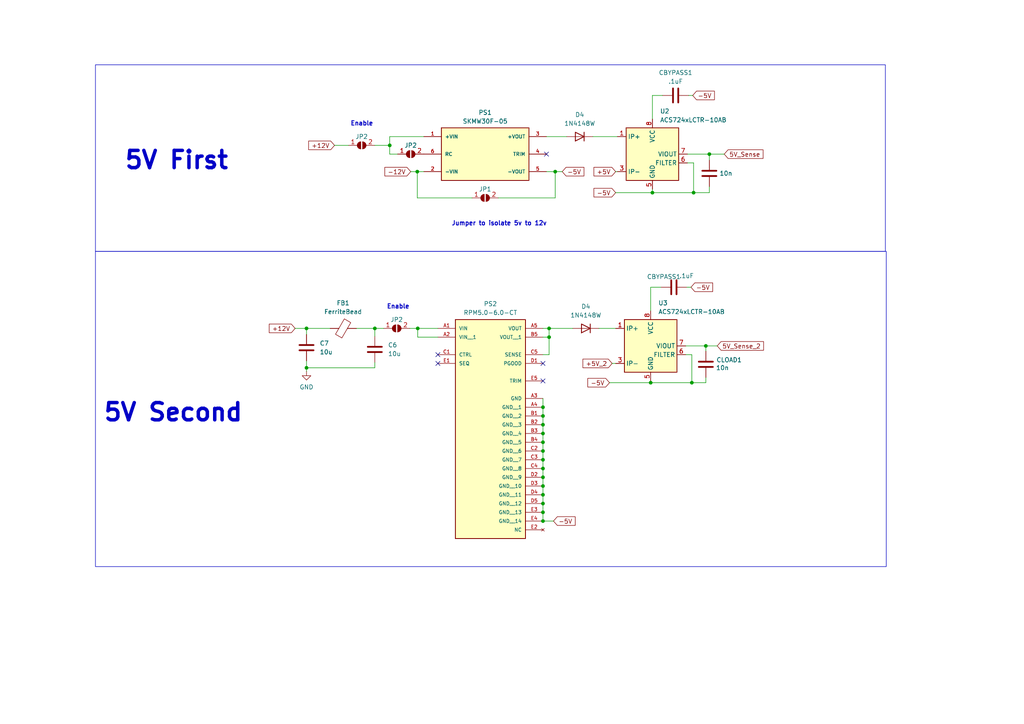
<source format=kicad_sch>
(kicad_sch (version 20230121) (generator eeschema)

  (uuid 68e8ef97-5c0d-4f60-bac2-6c50b86f17df)

  (paper "A4")

  (lib_symbols
    (symbol "Device:C" (pin_numbers hide) (pin_names (offset 0.254)) (in_bom yes) (on_board yes)
      (property "Reference" "C" (at 0.635 2.54 0)
        (effects (font (size 1.27 1.27)) (justify left))
      )
      (property "Value" "C" (at 0.635 -2.54 0)
        (effects (font (size 1.27 1.27)) (justify left))
      )
      (property "Footprint" "" (at 0.9652 -3.81 0)
        (effects (font (size 1.27 1.27)) hide)
      )
      (property "Datasheet" "~" (at 0 0 0)
        (effects (font (size 1.27 1.27)) hide)
      )
      (property "ki_keywords" "cap capacitor" (at 0 0 0)
        (effects (font (size 1.27 1.27)) hide)
      )
      (property "ki_description" "Unpolarized capacitor" (at 0 0 0)
        (effects (font (size 1.27 1.27)) hide)
      )
      (property "ki_fp_filters" "C_*" (at 0 0 0)
        (effects (font (size 1.27 1.27)) hide)
      )
      (symbol "C_0_1"
        (polyline
          (pts
            (xy -2.032 -0.762)
            (xy 2.032 -0.762)
          )
          (stroke (width 0.508) (type default))
          (fill (type none))
        )
        (polyline
          (pts
            (xy -2.032 0.762)
            (xy 2.032 0.762)
          )
          (stroke (width 0.508) (type default))
          (fill (type none))
        )
      )
      (symbol "C_1_1"
        (pin passive line (at 0 3.81 270) (length 2.794)
          (name "~" (effects (font (size 1.27 1.27))))
          (number "1" (effects (font (size 1.27 1.27))))
        )
        (pin passive line (at 0 -3.81 90) (length 2.794)
          (name "~" (effects (font (size 1.27 1.27))))
          (number "2" (effects (font (size 1.27 1.27))))
        )
      )
    )
    (symbol "Device:FerriteBead" (pin_numbers hide) (pin_names (offset 0)) (in_bom yes) (on_board yes)
      (property "Reference" "FB" (at -3.81 0.635 90)
        (effects (font (size 1.27 1.27)))
      )
      (property "Value" "FerriteBead" (at 3.81 0 90)
        (effects (font (size 1.27 1.27)))
      )
      (property "Footprint" "" (at -1.778 0 90)
        (effects (font (size 1.27 1.27)) hide)
      )
      (property "Datasheet" "~" (at 0 0 0)
        (effects (font (size 1.27 1.27)) hide)
      )
      (property "ki_keywords" "L ferrite bead inductor filter" (at 0 0 0)
        (effects (font (size 1.27 1.27)) hide)
      )
      (property "ki_description" "Ferrite bead" (at 0 0 0)
        (effects (font (size 1.27 1.27)) hide)
      )
      (property "ki_fp_filters" "Inductor_* L_* *Ferrite*" (at 0 0 0)
        (effects (font (size 1.27 1.27)) hide)
      )
      (symbol "FerriteBead_0_1"
        (polyline
          (pts
            (xy 0 -1.27)
            (xy 0 -1.2192)
          )
          (stroke (width 0) (type default))
          (fill (type none))
        )
        (polyline
          (pts
            (xy 0 1.27)
            (xy 0 1.2954)
          )
          (stroke (width 0) (type default))
          (fill (type none))
        )
        (polyline
          (pts
            (xy -2.7686 0.4064)
            (xy -1.7018 2.2606)
            (xy 2.7686 -0.3048)
            (xy 1.6764 -2.159)
            (xy -2.7686 0.4064)
          )
          (stroke (width 0) (type default))
          (fill (type none))
        )
      )
      (symbol "FerriteBead_1_1"
        (pin passive line (at 0 3.81 270) (length 2.54)
          (name "~" (effects (font (size 1.27 1.27))))
          (number "1" (effects (font (size 1.27 1.27))))
        )
        (pin passive line (at 0 -3.81 90) (length 2.54)
          (name "~" (effects (font (size 1.27 1.27))))
          (number "2" (effects (font (size 1.27 1.27))))
        )
      )
    )
    (symbol "Diode:1N4148W" (pin_numbers hide) (pin_names hide) (in_bom yes) (on_board yes)
      (property "Reference" "D" (at 0 2.54 0)
        (effects (font (size 1.27 1.27)))
      )
      (property "Value" "1N4148W" (at 0 -2.54 0)
        (effects (font (size 1.27 1.27)))
      )
      (property "Footprint" "Diode_SMD:D_SOD-123" (at 0 -4.445 0)
        (effects (font (size 1.27 1.27)) hide)
      )
      (property "Datasheet" "https://www.vishay.com/docs/85748/1n4148w.pdf" (at 0 0 0)
        (effects (font (size 1.27 1.27)) hide)
      )
      (property "Sim.Device" "D" (at 0 0 0)
        (effects (font (size 1.27 1.27)) hide)
      )
      (property "Sim.Pins" "1=K 2=A" (at 0 0 0)
        (effects (font (size 1.27 1.27)) hide)
      )
      (property "ki_keywords" "diode" (at 0 0 0)
        (effects (font (size 1.27 1.27)) hide)
      )
      (property "ki_description" "75V 0.15A Fast Switching Diode, SOD-123" (at 0 0 0)
        (effects (font (size 1.27 1.27)) hide)
      )
      (property "ki_fp_filters" "D*SOD?123*" (at 0 0 0)
        (effects (font (size 1.27 1.27)) hide)
      )
      (symbol "1N4148W_0_1"
        (polyline
          (pts
            (xy -1.27 1.27)
            (xy -1.27 -1.27)
          )
          (stroke (width 0.254) (type default))
          (fill (type none))
        )
        (polyline
          (pts
            (xy 1.27 0)
            (xy -1.27 0)
          )
          (stroke (width 0) (type default))
          (fill (type none))
        )
        (polyline
          (pts
            (xy 1.27 1.27)
            (xy 1.27 -1.27)
            (xy -1.27 0)
            (xy 1.27 1.27)
          )
          (stroke (width 0.254) (type default))
          (fill (type none))
        )
      )
      (symbol "1N4148W_1_1"
        (pin passive line (at -3.81 0 0) (length 2.54)
          (name "K" (effects (font (size 1.27 1.27))))
          (number "1" (effects (font (size 1.27 1.27))))
        )
        (pin passive line (at 3.81 0 180) (length 2.54)
          (name "A" (effects (font (size 1.27 1.27))))
          (number "2" (effects (font (size 1.27 1.27))))
        )
      )
    )
    (symbol "Jumper:SolderJumper_2_Open" (pin_names (offset 0) hide) (in_bom yes) (on_board yes)
      (property "Reference" "JP" (at 0 2.032 0)
        (effects (font (size 1.27 1.27)))
      )
      (property "Value" "SolderJumper_2_Open" (at 0 -2.54 0)
        (effects (font (size 1.27 1.27)))
      )
      (property "Footprint" "" (at 0 0 0)
        (effects (font (size 1.27 1.27)) hide)
      )
      (property "Datasheet" "~" (at 0 0 0)
        (effects (font (size 1.27 1.27)) hide)
      )
      (property "ki_keywords" "solder jumper SPST" (at 0 0 0)
        (effects (font (size 1.27 1.27)) hide)
      )
      (property "ki_description" "Solder Jumper, 2-pole, open" (at 0 0 0)
        (effects (font (size 1.27 1.27)) hide)
      )
      (property "ki_fp_filters" "SolderJumper*Open*" (at 0 0 0)
        (effects (font (size 1.27 1.27)) hide)
      )
      (symbol "SolderJumper_2_Open_0_1"
        (arc (start -0.254 1.016) (mid -1.2656 0) (end -0.254 -1.016)
          (stroke (width 0) (type default))
          (fill (type none))
        )
        (arc (start -0.254 1.016) (mid -1.2656 0) (end -0.254 -1.016)
          (stroke (width 0) (type default))
          (fill (type outline))
        )
        (polyline
          (pts
            (xy -0.254 1.016)
            (xy -0.254 -1.016)
          )
          (stroke (width 0) (type default))
          (fill (type none))
        )
        (polyline
          (pts
            (xy 0.254 1.016)
            (xy 0.254 -1.016)
          )
          (stroke (width 0) (type default))
          (fill (type none))
        )
        (arc (start 0.254 -1.016) (mid 1.2656 0) (end 0.254 1.016)
          (stroke (width 0) (type default))
          (fill (type none))
        )
        (arc (start 0.254 -1.016) (mid 1.2656 0) (end 0.254 1.016)
          (stroke (width 0) (type default))
          (fill (type outline))
        )
      )
      (symbol "SolderJumper_2_Open_1_1"
        (pin passive line (at -3.81 0 0) (length 2.54)
          (name "A" (effects (font (size 1.27 1.27))))
          (number "1" (effects (font (size 1.27 1.27))))
        )
        (pin passive line (at 3.81 0 180) (length 2.54)
          (name "B" (effects (font (size 1.27 1.27))))
          (number "2" (effects (font (size 1.27 1.27))))
        )
      )
    )
    (symbol "RPM5.0-6.0-CT:RPM5.0-6.0-CT" (pin_names (offset 1.016)) (in_bom yes) (on_board yes)
      (property "Reference" "PS" (at -10.1639 13.9779 0)
        (effects (font (size 1.27 1.27)) (justify left bottom))
      )
      (property "Value" "RPM5.0-6.0-CT" (at -10.1614 -53.3427 0)
        (effects (font (size 1.27 1.27)) (justify left bottom))
      )
      (property "Footprint" "RPM5.0-6.0-CT:CONV_RPM5.0-6.0-CT" (at 0 0 0)
        (effects (font (size 1.27 1.27)) (justify bottom) hide)
      )
      (property "Datasheet" "" (at 0 0 0)
        (effects (font (size 1.27 1.27)) hide)
      )
      (property "PARTREV" "3" (at 0 0 0)
        (effects (font (size 1.27 1.27)) (justify bottom) hide)
      )
      (property "STANDARD" "Manufacturer Recommendations" (at 0 0 0)
        (effects (font (size 1.27 1.27)) (justify bottom) hide)
      )
      (property "MAXIMUM_PACKAGE_HEIGHT" "3.75mm" (at 0 0 0)
        (effects (font (size 1.27 1.27)) (justify bottom) hide)
      )
      (property "MANUFACTURER" "Recom" (at 0 0 0)
        (effects (font (size 1.27 1.27)) (justify bottom) hide)
      )
      (symbol "RPM5.0-6.0-CT_0_0"
        (rectangle (start -10.16 -50.8) (end 10.16 12.7)
          (stroke (width 0.254) (type default))
          (fill (type background))
        )
        (pin input line (at -15.24 10.16 0) (length 5.08)
          (name "VIN" (effects (font (size 1.016 1.016))))
          (number "A1" (effects (font (size 1.016 1.016))))
        )
        (pin input line (at -15.24 7.62 0) (length 5.08)
          (name "VIN__1" (effects (font (size 1.016 1.016))))
          (number "A2" (effects (font (size 1.016 1.016))))
        )
        (pin power_in line (at 15.24 -10.16 180) (length 5.08)
          (name "GND" (effects (font (size 1.016 1.016))))
          (number "A3" (effects (font (size 1.016 1.016))))
        )
        (pin power_in line (at 15.24 -12.7 180) (length 5.08)
          (name "GND__1" (effects (font (size 1.016 1.016))))
          (number "A4" (effects (font (size 1.016 1.016))))
        )
        (pin output line (at 15.24 10.16 180) (length 5.08)
          (name "VOUT" (effects (font (size 1.016 1.016))))
          (number "A5" (effects (font (size 1.016 1.016))))
        )
        (pin power_in line (at 15.24 -15.24 180) (length 5.08)
          (name "GND__2" (effects (font (size 1.016 1.016))))
          (number "B1" (effects (font (size 1.016 1.016))))
        )
        (pin power_in line (at 15.24 -17.78 180) (length 5.08)
          (name "GND__3" (effects (font (size 1.016 1.016))))
          (number "B2" (effects (font (size 1.016 1.016))))
        )
        (pin power_in line (at 15.24 -20.32 180) (length 5.08)
          (name "GND__4" (effects (font (size 1.016 1.016))))
          (number "B3" (effects (font (size 1.016 1.016))))
        )
        (pin power_in line (at 15.24 -22.86 180) (length 5.08)
          (name "GND__5" (effects (font (size 1.016 1.016))))
          (number "B4" (effects (font (size 1.016 1.016))))
        )
        (pin output line (at 15.24 7.62 180) (length 5.08)
          (name "VOUT__1" (effects (font (size 1.016 1.016))))
          (number "B5" (effects (font (size 1.016 1.016))))
        )
        (pin input line (at -15.24 2.54 0) (length 5.08)
          (name "CTRL" (effects (font (size 1.016 1.016))))
          (number "C1" (effects (font (size 1.016 1.016))))
        )
        (pin power_in line (at 15.24 -25.4 180) (length 5.08)
          (name "GND__6" (effects (font (size 1.016 1.016))))
          (number "C2" (effects (font (size 1.016 1.016))))
        )
        (pin power_in line (at 15.24 -27.94 180) (length 5.08)
          (name "GND__7" (effects (font (size 1.016 1.016))))
          (number "C3" (effects (font (size 1.016 1.016))))
        )
        (pin power_in line (at 15.24 -30.48 180) (length 5.08)
          (name "GND__8" (effects (font (size 1.016 1.016))))
          (number "C4" (effects (font (size 1.016 1.016))))
        )
        (pin bidirectional line (at 15.24 2.54 180) (length 5.08)
          (name "SENSE" (effects (font (size 1.016 1.016))))
          (number "C5" (effects (font (size 1.016 1.016))))
        )
        (pin output line (at 15.24 0 180) (length 5.08)
          (name "PGOOD" (effects (font (size 1.016 1.016))))
          (number "D1" (effects (font (size 1.016 1.016))))
        )
        (pin power_in line (at 15.24 -33.02 180) (length 5.08)
          (name "GND__9" (effects (font (size 1.016 1.016))))
          (number "D2" (effects (font (size 1.016 1.016))))
        )
        (pin power_in line (at 15.24 -35.56 180) (length 5.08)
          (name "GND__10" (effects (font (size 1.016 1.016))))
          (number "D3" (effects (font (size 1.016 1.016))))
        )
        (pin power_in line (at 15.24 -38.1 180) (length 5.08)
          (name "GND__11" (effects (font (size 1.016 1.016))))
          (number "D4" (effects (font (size 1.016 1.016))))
        )
        (pin power_in line (at 15.24 -40.64 180) (length 5.08)
          (name "GND__12" (effects (font (size 1.016 1.016))))
          (number "D5" (effects (font (size 1.016 1.016))))
        )
        (pin input line (at -15.24 0 0) (length 5.08)
          (name "SEQ" (effects (font (size 1.016 1.016))))
          (number "E1" (effects (font (size 1.016 1.016))))
        )
        (pin no_connect line (at 15.24 -48.26 180) (length 5.08)
          (name "NC" (effects (font (size 1.016 1.016))))
          (number "E2" (effects (font (size 1.016 1.016))))
        )
        (pin power_in line (at 15.24 -43.18 180) (length 5.08)
          (name "GND__13" (effects (font (size 1.016 1.016))))
          (number "E3" (effects (font (size 1.016 1.016))))
        )
        (pin power_in line (at 15.24 -45.72 180) (length 5.08)
          (name "GND__14" (effects (font (size 1.016 1.016))))
          (number "E4" (effects (font (size 1.016 1.016))))
        )
        (pin passive line (at 15.24 -5.08 180) (length 5.08)
          (name "TRIM" (effects (font (size 1.016 1.016))))
          (number "E5" (effects (font (size 1.016 1.016))))
        )
      )
    )
    (symbol "SKMW30F-05:SKMW30F-05" (pin_names (offset 1.016)) (in_bom yes) (on_board yes)
      (property "Reference" "PS" (at -12.7 8.128 0)
        (effects (font (size 1.27 1.27)) (justify left bottom))
      )
      (property "Value" "SKMW30F-05" (at -12.7 -10.16 0)
        (effects (font (size 1.27 1.27)) (justify left bottom))
      )
      (property "Footprint" "SKMW30F-05:CONV_SKMW30F-05" (at 0 0 0)
        (effects (font (size 1.27 1.27)) (justify bottom) hide)
      )
      (property "Datasheet" "" (at 0 0 0)
        (effects (font (size 1.27 1.27)) hide)
      )
      (property "PARTREV" "2022-05-24" (at 0 0 0)
        (effects (font (size 1.27 1.27)) (justify bottom) hide)
      )
      (property "STANDARD" "Manufacturer Recommendations" (at 0 0 0)
        (effects (font (size 1.27 1.27)) (justify bottom) hide)
      )
      (property "SNAPEDA_PACKAGE_ID" "62944" (at 0 0 0)
        (effects (font (size 1.27 1.27)) (justify bottom) hide)
      )
      (property "MAXIMUM_PACKAGE_HEIGHT" "10.2mm" (at 0 0 0)
        (effects (font (size 1.27 1.27)) (justify bottom) hide)
      )
      (property "MANUFACTURER" "MEAN WELL USA Inc." (at 0 0 0)
        (effects (font (size 1.27 1.27)) (justify bottom) hide)
      )
      (symbol "SKMW30F-05_0_0"
        (rectangle (start -12.7 -7.62) (end 12.7 7.62)
          (stroke (width 0.254) (type default))
          (fill (type background))
        )
        (pin input line (at -17.78 5.08 0) (length 5.08)
          (name "+VIN" (effects (font (size 1.016 1.016))))
          (number "1" (effects (font (size 1.016 1.016))))
        )
        (pin input line (at -17.78 -5.08 0) (length 5.08)
          (name "-VIN" (effects (font (size 1.016 1.016))))
          (number "2" (effects (font (size 1.016 1.016))))
        )
        (pin output line (at 17.78 5.08 180) (length 5.08)
          (name "+VOUT" (effects (font (size 1.016 1.016))))
          (number "3" (effects (font (size 1.016 1.016))))
        )
        (pin passive line (at 17.78 0 180) (length 5.08)
          (name "TRIM" (effects (font (size 1.016 1.016))))
          (number "4" (effects (font (size 1.016 1.016))))
        )
        (pin output line (at 17.78 -5.08 180) (length 5.08)
          (name "-VOUT" (effects (font (size 1.016 1.016))))
          (number "5" (effects (font (size 1.016 1.016))))
        )
        (pin passive line (at -17.78 0 0) (length 5.08)
          (name "RC" (effects (font (size 1.016 1.016))))
          (number "6" (effects (font (size 1.016 1.016))))
        )
      )
    )
    (symbol "Sensor_Current:ACS724xLCTR-10AB" (in_bom yes) (on_board yes)
      (property "Reference" "U" (at 2.54 11.43 0)
        (effects (font (size 1.27 1.27)) (justify left))
      )
      (property "Value" "ACS724xLCTR-10AB" (at 2.54 8.89 0)
        (effects (font (size 1.27 1.27)) (justify left))
      )
      (property "Footprint" "Package_SO:SOIC-8_3.9x4.9mm_P1.27mm" (at 2.54 -8.89 0)
        (effects (font (size 1.27 1.27) italic) (justify left) hide)
      )
      (property "Datasheet" "http://www.allegromicro.com/~/media/Files/Datasheets/ACS724-Datasheet.ashx?la=en" (at 0 0 0)
        (effects (font (size 1.27 1.27)) hide)
      )
      (property "ki_keywords" "hall effect current monitor sensor isolated" (at 0 0 0)
        (effects (font (size 1.27 1.27)) hide)
      )
      (property "ki_description" "±10A Bidirectional Hall-Effect Current Sensor, +5.0V supply, 200mV/A, SOIC-8" (at 0 0 0)
        (effects (font (size 1.27 1.27)) hide)
      )
      (property "ki_fp_filters" "SOIC*3.9x4.9m*P1.27mm*" (at 0 0 0)
        (effects (font (size 1.27 1.27)) hide)
      )
      (symbol "ACS724xLCTR-10AB_0_1"
        (rectangle (start -7.62 7.62) (end 7.62 -7.62)
          (stroke (width 0.254) (type default))
          (fill (type background))
        )
      )
      (symbol "ACS724xLCTR-10AB_1_1"
        (pin passive line (at -10.16 5.08 0) (length 2.54)
          (name "IP+" (effects (font (size 1.27 1.27))))
          (number "1" (effects (font (size 1.27 1.27))))
        )
        (pin passive line (at -10.16 5.08 0) (length 2.54) hide
          (name "IP+" (effects (font (size 1.27 1.27))))
          (number "2" (effects (font (size 1.27 1.27))))
        )
        (pin passive line (at -10.16 -5.08 0) (length 2.54)
          (name "IP-" (effects (font (size 1.27 1.27))))
          (number "3" (effects (font (size 1.27 1.27))))
        )
        (pin passive line (at -10.16 -5.08 0) (length 2.54) hide
          (name "IP-" (effects (font (size 1.27 1.27))))
          (number "4" (effects (font (size 1.27 1.27))))
        )
        (pin power_in line (at 0 -10.16 90) (length 2.54)
          (name "GND" (effects (font (size 1.27 1.27))))
          (number "5" (effects (font (size 1.27 1.27))))
        )
        (pin passive line (at 10.16 -2.54 180) (length 2.54)
          (name "FILTER" (effects (font (size 1.27 1.27))))
          (number "6" (effects (font (size 1.27 1.27))))
        )
        (pin output line (at 10.16 0 180) (length 2.54)
          (name "VIOUT" (effects (font (size 1.27 1.27))))
          (number "7" (effects (font (size 1.27 1.27))))
        )
        (pin power_in line (at 0 10.16 270) (length 2.54)
          (name "VCC" (effects (font (size 1.27 1.27))))
          (number "8" (effects (font (size 1.27 1.27))))
        )
      )
    )
    (symbol "power:GND" (power) (pin_names (offset 0)) (in_bom yes) (on_board yes)
      (property "Reference" "#PWR" (at 0 -6.35 0)
        (effects (font (size 1.27 1.27)) hide)
      )
      (property "Value" "GND" (at 0 -3.81 0)
        (effects (font (size 1.27 1.27)))
      )
      (property "Footprint" "" (at 0 0 0)
        (effects (font (size 1.27 1.27)) hide)
      )
      (property "Datasheet" "" (at 0 0 0)
        (effects (font (size 1.27 1.27)) hide)
      )
      (property "ki_keywords" "global power" (at 0 0 0)
        (effects (font (size 1.27 1.27)) hide)
      )
      (property "ki_description" "Power symbol creates a global label with name \"GND\" , ground" (at 0 0 0)
        (effects (font (size 1.27 1.27)) hide)
      )
      (symbol "GND_0_1"
        (polyline
          (pts
            (xy 0 0)
            (xy 0 -1.27)
            (xy 1.27 -1.27)
            (xy 0 -2.54)
            (xy -1.27 -1.27)
            (xy 0 -1.27)
          )
          (stroke (width 0) (type default))
          (fill (type none))
        )
      )
      (symbol "GND_1_1"
        (pin power_in line (at 0 0 270) (length 0) hide
          (name "GND" (effects (font (size 1.27 1.27))))
          (number "1" (effects (font (size 1.27 1.27))))
        )
      )
    )
  )

  (junction (at 157.48 138.43) (diameter 0) (color 0 0 0 0)
    (uuid 161a4865-1b22-4492-8f96-b747f9ab6c3b)
  )
  (junction (at 157.48 151.13) (diameter 0) (color 0 0 0 0)
    (uuid 23dab76e-774f-4742-9d3b-67d62c132c6b)
  )
  (junction (at 157.48 128.27) (diameter 0) (color 0 0 0 0)
    (uuid 2406e509-d37c-4de5-ae19-3bb222d25fc2)
  )
  (junction (at 188.722 110.998) (diameter 0) (color 0 0 0 0)
    (uuid 28284c92-52f1-4394-b351-e4d367f3a9a5)
  )
  (junction (at 157.48 140.97) (diameter 0) (color 0 0 0 0)
    (uuid 3107fed8-8123-440a-a56e-0da87560b72d)
  )
  (junction (at 113.03 42.164) (diameter 0) (color 0 0 0 0)
    (uuid 3581e6d3-c252-44fe-a48b-5bb2694720e0)
  )
  (junction (at 157.48 146.05) (diameter 0) (color 0 0 0 0)
    (uuid 45da47ee-99e9-447b-a50d-696a1e125d66)
  )
  (junction (at 157.48 143.51) (diameter 0) (color 0 0 0 0)
    (uuid 48517632-b8e7-4607-84bd-8afbb1109f2f)
  )
  (junction (at 88.9 95.25) (diameter 0) (color 0 0 0 0)
    (uuid 4f518084-f4e0-4f1a-a287-7966d48e75aa)
  )
  (junction (at 204.724 100.33) (diameter 0) (color 0 0 0 0)
    (uuid 543e95f7-4797-46e5-a3f9-a32d565cd4d2)
  )
  (junction (at 157.48 125.73) (diameter 0) (color 0 0 0 0)
    (uuid 5e05970f-0fdd-4770-98be-57bd65e4fb0b)
  )
  (junction (at 161.036 49.784) (diameter 0) (color 0 0 0 0)
    (uuid 5f974d74-3756-4995-b88f-23e8fdae8d72)
  )
  (junction (at 108.712 95.25) (diameter 0) (color 0 0 0 0)
    (uuid 64359be1-79ca-4449-b641-9360299acf25)
  )
  (junction (at 201.168 55.88) (diameter 0) (color 0 0 0 0)
    (uuid 88064327-8e95-4d6b-ad3e-625026d33f10)
  )
  (junction (at 157.48 130.81) (diameter 0) (color 0 0 0 0)
    (uuid 8af5ddf9-3e51-4228-b9c9-717a73deba4b)
  )
  (junction (at 200.66 110.998) (diameter 0) (color 0 0 0 0)
    (uuid 96fd3176-46ba-4cbe-bad9-ad22bac9a37b)
  )
  (junction (at 189.23 55.88) (diameter 0) (color 0 0 0 0)
    (uuid bb95a0bf-cfb3-4ab3-81bf-b75babe38709)
  )
  (junction (at 157.48 118.11) (diameter 0) (color 0 0 0 0)
    (uuid bc07dd7d-e358-4f15-b4d7-1ef142add201)
  )
  (junction (at 157.48 148.59) (diameter 0) (color 0 0 0 0)
    (uuid c12d2942-4696-4566-8e19-0f346ea990b1)
  )
  (junction (at 157.48 123.19) (diameter 0) (color 0 0 0 0)
    (uuid c67bc284-5175-408d-b3a0-23e52e3a96bd)
  )
  (junction (at 159.258 97.79) (diameter 0) (color 0 0 0 0)
    (uuid cf5601ad-d539-4a40-89c3-7e5bb5541600)
  )
  (junction (at 157.48 135.89) (diameter 0) (color 0 0 0 0)
    (uuid d065ef7e-cc2e-43fe-87b4-575d062c859e)
  )
  (junction (at 157.48 133.35) (diameter 0) (color 0 0 0 0)
    (uuid e581ad5b-bb14-481d-8c7b-630120c27f66)
  )
  (junction (at 121.031 49.784) (diameter 0) (color 0 0 0 0)
    (uuid e828b9da-b55b-4d4a-9cfb-fce7e8f0eedc)
  )
  (junction (at 205.74 44.704) (diameter 0) (color 0 0 0 0)
    (uuid ea8db2a6-ab03-48c9-9402-c165855e0d85)
  )
  (junction (at 121.158 95.25) (diameter 0) (color 0 0 0 0)
    (uuid ed72a4e3-5191-4582-8f39-d622b745a5e5)
  )
  (junction (at 88.9 106.68) (diameter 0) (color 0 0 0 0)
    (uuid f1042d3a-2e38-434a-a502-0848eb14f91a)
  )
  (junction (at 159.258 95.25) (diameter 0) (color 0 0 0 0)
    (uuid f4d6d0a6-8b14-4859-bfab-272d2d941ea7)
  )
  (junction (at 157.48 120.65) (diameter 0) (color 0 0 0 0)
    (uuid fa8ecfca-bcf2-4107-b257-0a19cbc53847)
  )

  (no_connect (at 158.496 44.704) (uuid 151543f1-d28e-4f27-98f1-70fcbebacf2c))
  (no_connect (at 127 105.41) (uuid 26cafeca-8f6d-4539-957a-c7d8105a5c52))
  (no_connect (at 127 102.87) (uuid 7581479c-4a2e-437b-960a-07e3fc744227))
  (no_connect (at 157.48 110.49) (uuid 8220d87e-65b7-4324-9c3c-9dd95760cca2))
  (no_connect (at 157.48 105.41) (uuid d4ce1419-607b-47ac-85d0-7e1528a7145c))

  (wire (pts (xy 88.9 97.028) (xy 88.9 95.25))
    (stroke (width 0) (type default))
    (uuid 025a9b74-3815-45ea-974b-058e20ab1b7b)
  )
  (wire (pts (xy 159.258 95.25) (xy 159.258 97.79))
    (stroke (width 0) (type default))
    (uuid 0b2e41c3-4148-43fc-9443-cf8ff88b3d2b)
  )
  (wire (pts (xy 113.03 42.164) (xy 113.03 44.704))
    (stroke (width 0) (type default))
    (uuid 0b8c2fdc-c90b-406c-94e8-ea03b232ad71)
  )
  (wire (pts (xy 121.158 95.25) (xy 127 95.25))
    (stroke (width 0) (type default))
    (uuid 0e0f82cf-b407-4c59-886b-4ec1a0696b8c)
  )
  (wire (pts (xy 157.48 130.81) (xy 157.48 133.35))
    (stroke (width 0) (type default))
    (uuid 1267eb4c-bcc8-4991-a715-4bb713a6aad4)
  )
  (wire (pts (xy 171.958 39.624) (xy 179.07 39.624))
    (stroke (width 0) (type default))
    (uuid 15889a09-803e-4bf5-97f7-97053c505566)
  )
  (wire (pts (xy 161.036 49.784) (xy 161.036 57.404))
    (stroke (width 0) (type default))
    (uuid 1f50da0a-256c-4821-a646-bc6fc869e5da)
  )
  (wire (pts (xy 144.526 57.404) (xy 161.036 57.404))
    (stroke (width 0) (type default))
    (uuid 213774b2-5938-4f71-83ef-ebfd54431b4a)
  )
  (wire (pts (xy 157.48 120.65) (xy 157.48 123.19))
    (stroke (width 0) (type default))
    (uuid 25eb1856-ed45-4d3c-96c8-cbb4fc0b4770)
  )
  (wire (pts (xy 157.48 143.51) (xy 157.48 146.05))
    (stroke (width 0) (type default))
    (uuid 2689b8a9-7b45-4c5c-89ed-58fa249fd205)
  )
  (wire (pts (xy 177.546 105.41) (xy 178.562 105.41))
    (stroke (width 0) (type default))
    (uuid 2f19d717-f1a1-427c-a6a3-a566e43bb4ea)
  )
  (wire (pts (xy 189.23 55.88) (xy 189.23 54.864))
    (stroke (width 0) (type default))
    (uuid 323f7800-0dd6-45c7-ad95-1c17721862fa)
  )
  (wire (pts (xy 119.126 49.784) (xy 121.031 49.784))
    (stroke (width 0) (type default))
    (uuid 3549b64c-d036-49a2-a991-73b6319912a3)
  )
  (wire (pts (xy 201.168 47.244) (xy 201.168 55.88))
    (stroke (width 0) (type default))
    (uuid 3555110b-b9bc-4591-81c4-760e188c1807)
  )
  (wire (pts (xy 108.712 106.68) (xy 88.9 106.68))
    (stroke (width 0) (type default))
    (uuid 38b3528d-ac70-4f83-90c3-2d27674095c6)
  )
  (wire (pts (xy 157.48 151.13) (xy 160.528 151.13))
    (stroke (width 0) (type default))
    (uuid 3a567c7e-3073-4fd9-b964-408c50b75713)
  )
  (wire (pts (xy 158.496 49.784) (xy 161.036 49.784))
    (stroke (width 0) (type default))
    (uuid 3b6d0872-5eb6-4798-940f-0ee841fbcb1f)
  )
  (wire (pts (xy 121.031 49.784) (xy 122.936 49.784))
    (stroke (width 0) (type default))
    (uuid 3f9760f6-f84b-4d11-bca2-612f1f720166)
  )
  (wire (pts (xy 108.712 105.156) (xy 108.712 106.68))
    (stroke (width 0) (type default))
    (uuid 4115529c-4aab-41aa-9333-962084561c71)
  )
  (wire (pts (xy 113.03 39.624) (xy 113.03 42.164))
    (stroke (width 0) (type default))
    (uuid 440cb10f-2eb1-47f9-84fd-c2b48e0a5745)
  )
  (wire (pts (xy 200.66 102.87) (xy 200.66 110.998))
    (stroke (width 0) (type default))
    (uuid 4a5a653b-afcb-4f17-90c8-270b89676f42)
  )
  (wire (pts (xy 157.48 140.97) (xy 157.48 143.51))
    (stroke (width 0) (type default))
    (uuid 4ba2bdcf-d336-4aed-b41a-22783b748a42)
  )
  (wire (pts (xy 198.882 102.87) (xy 200.66 102.87))
    (stroke (width 0) (type default))
    (uuid 4d33aad7-6406-4433-b832-8485fa51eb4b)
  )
  (wire (pts (xy 88.9 106.68) (xy 88.9 104.648))
    (stroke (width 0) (type default))
    (uuid 4dac38e6-45c5-42a5-b999-74a3594d4164)
  )
  (wire (pts (xy 205.74 55.88) (xy 201.168 55.88))
    (stroke (width 0) (type default))
    (uuid 4f837ff9-3a6a-42ac-a7bd-2c1f5e296cd0)
  )
  (wire (pts (xy 189.23 55.88) (xy 201.168 55.88))
    (stroke (width 0) (type default))
    (uuid 52885e7c-7ff1-4744-86ad-c545adb39cdb)
  )
  (wire (pts (xy 157.48 118.11) (xy 157.48 120.65))
    (stroke (width 0) (type default))
    (uuid 5446fc67-eef1-48b1-8780-587dab434420)
  )
  (wire (pts (xy 157.48 128.27) (xy 157.48 130.81))
    (stroke (width 0) (type default))
    (uuid 5bcb1d1d-b4f6-4eed-8f07-f9a43da30e37)
  )
  (wire (pts (xy 188.722 110.998) (xy 188.722 110.49))
    (stroke (width 0) (type default))
    (uuid 63244ef9-d9ad-40b3-9a58-c4988bb2fb7c)
  )
  (wire (pts (xy 200.406 83.312) (xy 199.263 83.312))
    (stroke (width 0) (type default))
    (uuid 6daf1b0e-4354-447a-9699-66319be51bff)
  )
  (wire (pts (xy 88.9 107.696) (xy 88.9 106.68))
    (stroke (width 0) (type default))
    (uuid 6e2df21a-ee42-4d7e-88eb-64ef66f1746c)
  )
  (wire (pts (xy 188.722 83.312) (xy 191.643 83.312))
    (stroke (width 0) (type default))
    (uuid 74383e72-3597-4cf3-8224-e831ef08b244)
  )
  (wire (pts (xy 163.068 49.784) (xy 161.036 49.784))
    (stroke (width 0) (type default))
    (uuid 7b1d81ff-9d4f-44c9-9c86-b030ba2d3502)
  )
  (wire (pts (xy 157.48 123.19) (xy 157.48 125.73))
    (stroke (width 0) (type default))
    (uuid 7b2a9ece-989c-47a2-bdf4-4dffdd8ebe57)
  )
  (wire (pts (xy 157.48 102.87) (xy 159.258 102.87))
    (stroke (width 0) (type default))
    (uuid 7cf66e1d-51da-4642-9cfe-2ee6f5db4f83)
  )
  (wire (pts (xy 118.872 95.25) (xy 121.158 95.25))
    (stroke (width 0) (type default))
    (uuid 7f52e8ca-474e-484e-9b11-b18f8e1c3ad2)
  )
  (wire (pts (xy 113.03 39.624) (xy 122.936 39.624))
    (stroke (width 0) (type default))
    (uuid 81588cf4-92f9-417c-b67c-3ed7757da433)
  )
  (wire (pts (xy 157.48 148.59) (xy 157.48 151.13))
    (stroke (width 0) (type default))
    (uuid 83b79e03-1a00-498f-92dc-0a499f248024)
  )
  (wire (pts (xy 113.03 44.704) (xy 115.316 44.704))
    (stroke (width 0) (type default))
    (uuid 8bff11c4-1d0a-4fc7-b157-47d5d68aab73)
  )
  (wire (pts (xy 159.258 102.87) (xy 159.258 97.79))
    (stroke (width 0) (type default))
    (uuid 8eed75df-ab29-45f7-95e6-c5ea71388519)
  )
  (wire (pts (xy 121.031 49.784) (xy 121.031 57.404))
    (stroke (width 0) (type default))
    (uuid 90988627-f20e-47ea-811b-61799180e58b)
  )
  (wire (pts (xy 204.724 101.854) (xy 204.724 100.33))
    (stroke (width 0) (type default))
    (uuid 92841ba0-299c-4948-b9ff-05acec8df98e)
  )
  (wire (pts (xy 188.722 110.998) (xy 200.66 110.998))
    (stroke (width 0) (type default))
    (uuid 92cb00e3-f868-421d-9454-7b69e9235964)
  )
  (wire (pts (xy 157.48 146.05) (xy 157.48 148.59))
    (stroke (width 0) (type default))
    (uuid 9abafc8f-2b2a-4637-9c36-ca1d566edd00)
  )
  (wire (pts (xy 85.598 95.25) (xy 88.9 95.25))
    (stroke (width 0) (type default))
    (uuid 9bc2bc6f-3b9e-480b-8474-2c38fc6d6097)
  )
  (wire (pts (xy 108.712 42.164) (xy 113.03 42.164))
    (stroke (width 0) (type default))
    (uuid 9ff2c95a-958d-4d0e-be22-c69485f22440)
  )
  (wire (pts (xy 178.562 95.25) (xy 173.736 95.25))
    (stroke (width 0) (type default))
    (uuid a1eab497-bea7-450d-a96e-6c699055f1b3)
  )
  (wire (pts (xy 103.378 95.25) (xy 108.712 95.25))
    (stroke (width 0) (type default))
    (uuid a2466ae9-79a7-4d27-97c2-98188ca25284)
  )
  (wire (pts (xy 157.48 135.89) (xy 157.48 138.43))
    (stroke (width 0) (type default))
    (uuid a2a43002-82e0-497f-9444-3b73ce7ada78)
  )
  (wire (pts (xy 199.39 44.704) (xy 205.74 44.704))
    (stroke (width 0) (type default))
    (uuid a84437a1-e50b-4acd-b69a-8fb1eff47f55)
  )
  (wire (pts (xy 121.158 97.79) (xy 121.158 95.25))
    (stroke (width 0) (type default))
    (uuid a85939b8-013d-4237-8465-218145edb905)
  )
  (wire (pts (xy 205.74 46.482) (xy 205.74 44.704))
    (stroke (width 0) (type default))
    (uuid aad0be9c-6e39-4b9f-bb35-b559b52a7497)
  )
  (wire (pts (xy 157.48 138.43) (xy 157.48 140.97))
    (stroke (width 0) (type default))
    (uuid aaeacaab-e2a7-4cf7-be2a-712139d6cb14)
  )
  (wire (pts (xy 166.116 95.25) (xy 159.258 95.25))
    (stroke (width 0) (type default))
    (uuid ace41056-9abb-4645-b8d1-5a065f2b69cd)
  )
  (wire (pts (xy 198.882 100.33) (xy 204.724 100.33))
    (stroke (width 0) (type default))
    (uuid b1997f72-a4ac-46a6-9175-dc77d0957729)
  )
  (wire (pts (xy 178.562 55.88) (xy 189.23 55.88))
    (stroke (width 0) (type default))
    (uuid b1e5f1ce-7c19-4759-b007-9df516a972a7)
  )
  (wire (pts (xy 157.48 97.79) (xy 159.258 97.79))
    (stroke (width 0) (type default))
    (uuid b3b286c7-c122-4df6-b553-8f0b47967349)
  )
  (wire (pts (xy 158.496 39.624) (xy 164.338 39.624))
    (stroke (width 0) (type default))
    (uuid b762d6da-d5b0-4539-8595-0daccc545f04)
  )
  (wire (pts (xy 205.74 44.704) (xy 210.058 44.704))
    (stroke (width 0) (type default))
    (uuid c02ce787-92f7-4b50-951b-7e8893b8cbe0)
  )
  (wire (pts (xy 88.9 95.25) (xy 95.758 95.25))
    (stroke (width 0) (type default))
    (uuid c25bcb1f-3c7f-4ac5-986d-411f76882720)
  )
  (wire (pts (xy 189.23 34.544) (xy 189.23 27.686))
    (stroke (width 0) (type default))
    (uuid c2f02d87-3489-4dbc-8e74-92f5d2944447)
  )
  (wire (pts (xy 127 97.79) (xy 121.158 97.79))
    (stroke (width 0) (type default))
    (uuid c418a680-26b0-444b-8b32-026f93e69b66)
  )
  (wire (pts (xy 189.23 27.686) (xy 192.151 27.686))
    (stroke (width 0) (type default))
    (uuid cd07d737-ed64-4579-a918-d89f984c1ffe)
  )
  (wire (pts (xy 205.74 54.102) (xy 205.74 55.88))
    (stroke (width 0) (type default))
    (uuid cf6412b6-07e4-4d27-9611-abd6b6a9d452)
  )
  (wire (pts (xy 108.712 97.536) (xy 108.712 95.25))
    (stroke (width 0) (type default))
    (uuid d0900834-69db-4f85-b6c3-fb339070d44e)
  )
  (wire (pts (xy 157.48 115.57) (xy 157.48 118.11))
    (stroke (width 0) (type default))
    (uuid d152f113-4695-47ba-979f-f2415db4d1d9)
  )
  (wire (pts (xy 136.906 57.404) (xy 121.031 57.404))
    (stroke (width 0) (type default))
    (uuid d1d6fb66-4a18-438b-b68b-c47495731e36)
  )
  (wire (pts (xy 157.48 95.25) (xy 159.258 95.25))
    (stroke (width 0) (type default))
    (uuid d6dc96c8-b707-4a26-98c0-eca8591d900c)
  )
  (wire (pts (xy 97.028 42.164) (xy 101.092 42.164))
    (stroke (width 0) (type default))
    (uuid debe9423-abc1-437c-bfe9-ccab03c9f51c)
  )
  (wire (pts (xy 204.724 100.33) (xy 208.026 100.33))
    (stroke (width 0) (type default))
    (uuid e1448487-a437-4a01-8bfc-9f289cd4712b)
  )
  (wire (pts (xy 204.724 109.474) (xy 204.724 110.998))
    (stroke (width 0) (type default))
    (uuid e29fe452-65a3-4518-a515-517bb50c8b0f)
  )
  (wire (pts (xy 178.562 49.784) (xy 179.07 49.784))
    (stroke (width 0) (type default))
    (uuid e8c452ac-7cba-4e9f-ad6f-f2fa17d1bc01)
  )
  (wire (pts (xy 108.712 95.25) (xy 111.252 95.25))
    (stroke (width 0) (type default))
    (uuid e8ff0618-a7d0-471e-ae7e-98946470683e)
  )
  (wire (pts (xy 200.914 27.686) (xy 199.771 27.686))
    (stroke (width 0) (type default))
    (uuid ea7932e3-9eeb-4d38-81aa-0ed8974c9fc1)
  )
  (wire (pts (xy 188.722 90.17) (xy 188.722 83.312))
    (stroke (width 0) (type default))
    (uuid eda3015a-5681-4252-85a1-a49f144b1275)
  )
  (wire (pts (xy 176.784 110.998) (xy 188.722 110.998))
    (stroke (width 0) (type default))
    (uuid ef7f99ac-2f8c-4ac0-a6da-9498be17e818)
  )
  (wire (pts (xy 157.48 125.73) (xy 157.48 128.27))
    (stroke (width 0) (type default))
    (uuid f3f27f41-7283-480c-8e3a-82bb428f7a55)
  )
  (wire (pts (xy 204.724 110.998) (xy 200.66 110.998))
    (stroke (width 0) (type default))
    (uuid f8bf01e8-b036-43a3-8645-d075f2eb191d)
  )
  (wire (pts (xy 157.48 133.35) (xy 157.48 135.89))
    (stroke (width 0) (type default))
    (uuid fabd8425-a46a-446c-b2b4-f1b194f55565)
  )
  (wire (pts (xy 199.39 47.244) (xy 201.168 47.244))
    (stroke (width 0) (type default))
    (uuid fc05e837-0f7c-4adb-bcc4-ddf2e88e40dd)
  )

  (rectangle (start 27.686 18.796) (end 256.794 72.898)
    (stroke (width 0) (type default))
    (fill (type none))
    (uuid 5ae9d133-80de-4a16-8446-b9cac83fb393)
  )
  (rectangle (start 27.686 72.898) (end 257.048 164.338)
    (stroke (width 0) (type default))
    (fill (type none))
    (uuid 8be3d1e9-f01a-4785-be68-dfda233fb813)
  )

  (text "Enable" (at 101.6 36.703 0)
    (effects (font (size 1.27 1.27) bold) (justify left bottom))
    (uuid 2e3d6a53-de75-4958-aaa0-4b563dffba37)
  )
  (text "Jumper to isolate 5v to 12v" (at 130.937 65.659 0)
    (effects (font (size 1.27 1.27) bold) (justify left bottom))
    (uuid 41258eff-3948-419a-8ad5-830cec10249e)
  )
  (text "Enable" (at 112.141 89.789 0)
    (effects (font (size 1.27 1.27) bold) (justify left bottom))
    (uuid 6086edb5-69ad-4fd5-a7a6-7180fbe83c1f)
  )
  (text "5V First" (at 35.814 49.53 0)
    (effects (font (size 5 5) (thickness 1) bold) (justify left bottom))
    (uuid 778bd6ab-109c-467b-b1dd-2b8b5ce50dc2)
  )
  (text "5V Second" (at 29.718 122.682 0)
    (effects (font (size 5 5) (thickness 1) bold) (justify left bottom))
    (uuid ceccd00a-f737-4bc2-9017-2fcd86bfa1a2)
  )

  (global_label "-5V" (shape input) (at 200.406 83.312 0) (fields_autoplaced)
    (effects (font (size 1.27 1.27)) (justify left))
    (uuid 03a932f1-3ec3-4fb1-8e75-050b55955138)
    (property "Intersheetrefs" "${INTERSHEET_REFS}" (at 207.2617 83.312 0)
      (effects (font (size 1.27 1.27)) (justify left) hide)
    )
  )
  (global_label "-5V" (shape input) (at 160.528 151.13 0) (fields_autoplaced)
    (effects (font (size 1.27 1.27)) (justify left))
    (uuid 0dc0a53f-2725-400e-8eb0-29cdd5075fae)
    (property "Intersheetrefs" "${INTERSHEET_REFS}" (at 167.3837 151.13 0)
      (effects (font (size 1.27 1.27)) (justify left) hide)
    )
  )
  (global_label "-5V" (shape input) (at 176.784 110.998 180) (fields_autoplaced)
    (effects (font (size 1.27 1.27)) (justify right))
    (uuid 1c26c25a-3b41-41e0-a2a5-80823100e79f)
    (property "Intersheetrefs" "${INTERSHEET_REFS}" (at 169.9283 110.998 0)
      (effects (font (size 1.27 1.27)) (justify right) hide)
    )
  )
  (global_label "+12V" (shape input) (at 85.598 95.25 180) (fields_autoplaced)
    (effects (font (size 1.27 1.27)) (justify right))
    (uuid 21ffe224-ae19-4942-b5fb-a03b68d604b9)
    (property "Intersheetrefs" "${INTERSHEET_REFS}" (at 77.5328 95.25 0)
      (effects (font (size 1.27 1.27)) (justify right) hide)
    )
  )
  (global_label "-5V" (shape input) (at 163.068 49.784 0) (fields_autoplaced)
    (effects (font (size 1.27 1.27)) (justify left))
    (uuid 33e91fab-3f0f-4fd5-8603-fee7d57c76ea)
    (property "Intersheetrefs" "${INTERSHEET_REFS}" (at 169.9237 49.784 0)
      (effects (font (size 1.27 1.27)) (justify left) hide)
    )
  )
  (global_label "+5V_2" (shape input) (at 177.546 105.41 180) (fields_autoplaced)
    (effects (font (size 1.27 1.27)) (justify right))
    (uuid 78b98294-555d-44d1-aa74-2a38133b096b)
    (property "Intersheetrefs" "${INTERSHEET_REFS}" (at 168.5132 105.41 0)
      (effects (font (size 1.27 1.27)) (justify right) hide)
    )
  )
  (global_label "5V_Sense" (shape input) (at 210.058 44.704 0) (fields_autoplaced)
    (effects (font (size 1.27 1.27)) (justify left))
    (uuid 94e2edaa-0a18-4666-90fa-661bf074e772)
    (property "Intersheetrefs" "${INTERSHEET_REFS}" (at 221.8727 44.704 0)
      (effects (font (size 1.27 1.27)) (justify left) hide)
    )
  )
  (global_label "+12V" (shape input) (at 97.028 42.164 180) (fields_autoplaced)
    (effects (font (size 1.27 1.27)) (justify right))
    (uuid 973fb3c0-7ddd-44b4-9751-e4521c3724fc)
    (property "Intersheetrefs" "${INTERSHEET_REFS}" (at 88.9628 42.164 0)
      (effects (font (size 1.27 1.27)) (justify right) hide)
    )
  )
  (global_label "-5V" (shape input) (at 200.914 27.686 0) (fields_autoplaced)
    (effects (font (size 1.27 1.27)) (justify left))
    (uuid a27dc4d7-69d5-49d0-95e0-f834978d3690)
    (property "Intersheetrefs" "${INTERSHEET_REFS}" (at 207.7697 27.686 0)
      (effects (font (size 1.27 1.27)) (justify left) hide)
    )
  )
  (global_label "-5V" (shape input) (at 178.562 55.88 180) (fields_autoplaced)
    (effects (font (size 1.27 1.27)) (justify right))
    (uuid bc79f792-423b-4569-8a6a-afb303c05de6)
    (property "Intersheetrefs" "${INTERSHEET_REFS}" (at 171.7063 55.88 0)
      (effects (font (size 1.27 1.27)) (justify right) hide)
    )
  )
  (global_label "-12V" (shape input) (at 119.126 49.784 180) (fields_autoplaced)
    (effects (font (size 1.27 1.27)) (justify right))
    (uuid c6a32111-7f7b-40d7-ab10-4f53bdfffd73)
    (property "Intersheetrefs" "${INTERSHEET_REFS}" (at 111.0608 49.784 0)
      (effects (font (size 1.27 1.27)) (justify right) hide)
    )
  )
  (global_label "5V_Sense_2" (shape input) (at 208.026 100.33 0) (fields_autoplaced)
    (effects (font (size 1.27 1.27)) (justify left))
    (uuid c912e681-f125-48b6-89cb-3c057dcb3896)
    (property "Intersheetrefs" "${INTERSHEET_REFS}" (at 222.0178 100.33 0)
      (effects (font (size 1.27 1.27)) (justify left) hide)
    )
  )
  (global_label "+5V" (shape input) (at 178.562 49.784 180) (fields_autoplaced)
    (effects (font (size 1.27 1.27)) (justify right))
    (uuid d6477b6d-fe79-496e-b8d6-45392da3631f)
    (property "Intersheetrefs" "${INTERSHEET_REFS}" (at 171.7063 49.784 0)
      (effects (font (size 1.27 1.27)) (justify right) hide)
    )
  )

  (symbol (lib_id "Device:C") (at 88.9 100.838 0) (unit 1)
    (in_bom yes) (on_board yes) (dnp no) (fields_autoplaced)
    (uuid 043fffd8-f106-4477-ace2-dae63f897eeb)
    (property "Reference" "C7" (at 92.71 99.568 0)
      (effects (font (size 1.27 1.27)) (justify left))
    )
    (property "Value" "10u" (at 92.71 102.108 0)
      (effects (font (size 1.27 1.27)) (justify left))
    )
    (property "Footprint" "Capacitor_SMD:C_0805_2012Metric_Pad1.18x1.45mm_HandSolder" (at 89.8652 104.648 0)
      (effects (font (size 1.27 1.27)) hide)
    )
    (property "Datasheet" "https://www.digikey.com/en/products/detail/murata-electronics/GRM21BC71E106ME01K/16821402?utm_adgroup=&utm_source=google&utm_medium=cpc&utm_campaign=PMax%20Shopping_Product_Medium%20ROAS%20Categories&utm_term=&utm_content=&utm_id=go_cmp-20223376311_adg-_ad-__dev-c_ext-_prd-16821402_sig-Cj0KCQjwudexBhDKARIsAI-GWYVmR9kYvdIpHaRFAUZtS5rsmJW8pOE1_KoTsCsCQ5zREqcMkzEPNMQaAqR4EALw_wcB&gad_source=1&gclid=Cj0KCQjwudexBhDKARIsAI-GWYVmR9kYvdIpHaRFAUZtS5rsmJW8pOE1_KoTsCsCQ5zREqcMkzEPNMQaAqR4EALw_wcB" (at 88.9 100.838 0)
      (effects (font (size 1.27 1.27)) hide)
    )
    (pin "1" (uuid 9461e1d1-7cb0-4e9b-88f8-9b34e1fee1f5))
    (pin "2" (uuid 10225a5b-2f53-49f5-ad6b-8f15fe8d1ec2))
    (instances
      (project "PowerBoard_2024"
        (path "/edafbba2-a435-43f4-b562-0d9c3591042d/e971795b-6723-4e99-b81c-284a4aca960d"
          (reference "C7") (unit 1)
        )
      )
    )
  )

  (symbol (lib_id "Device:FerriteBead") (at 99.568 95.25 90) (unit 1)
    (in_bom yes) (on_board yes) (dnp no) (fields_autoplaced)
    (uuid 0806e769-fdfb-40c6-b59d-bd82d13fe5a5)
    (property "Reference" "FB1" (at 99.5172 87.884 90)
      (effects (font (size 1.27 1.27)))
    )
    (property "Value" "FerriteBead" (at 99.5172 90.424 90)
      (effects (font (size 1.27 1.27)))
    )
    (property "Footprint" "Inductor_SMD:L_1812_4532Metric_Pad1.30x3.40mm_HandSolder" (at 99.568 97.028 90)
      (effects (font (size 1.27 1.27)) hide)
    )
    (property "Datasheet" "https://www.digikey.com/en/products/detail/w%C3%BCrth-elektronik/742792510/1639044?_gl=1*dhc94i*_up*MQ..&gclid=Cj0KCQjwudexBhDKARIsAI-GWYVmR9kYvdIpHaRFAUZtS5rsmJW8pOE1_KoTsCsCQ5zREqcMkzEPNMQaAqR4EALw_wcB" (at 99.568 95.25 0)
      (effects (font (size 1.27 1.27)) hide)
    )
    (pin "1" (uuid 732018f5-45a2-4d6e-8be9-5e8cfe9d20d2))
    (pin "2" (uuid 7772eac8-7f56-46cf-8134-c28502c20cf2))
    (instances
      (project "PowerBoard_2024"
        (path "/edafbba2-a435-43f4-b562-0d9c3591042d/e971795b-6723-4e99-b81c-284a4aca960d"
          (reference "FB1") (unit 1)
        )
      )
    )
  )

  (symbol (lib_id "Diode:1N4148W") (at 169.926 95.25 180) (unit 1)
    (in_bom yes) (on_board yes) (dnp no) (fields_autoplaced)
    (uuid 0fccbf67-be30-4a9c-a967-a6c4b0698344)
    (property "Reference" "D4" (at 169.926 88.9 0)
      (effects (font (size 1.27 1.27)))
    )
    (property "Value" "1N4148W" (at 169.926 91.44 0)
      (effects (font (size 1.27 1.27)))
    )
    (property "Footprint" "Diode_SMD:D_SOD-123" (at 169.926 90.805 0)
      (effects (font (size 1.27 1.27)) hide)
    )
    (property "Datasheet" "https://www.vishay.com/docs/85748/1n4148w.pdf" (at 169.926 95.25 0)
      (effects (font (size 1.27 1.27)) hide)
    )
    (property "Sim.Device" "D" (at 169.926 95.25 0)
      (effects (font (size 1.27 1.27)) hide)
    )
    (property "Sim.Pins" "1=K 2=A" (at 169.926 95.25 0)
      (effects (font (size 1.27 1.27)) hide)
    )
    (pin "1" (uuid c63ccd4b-f11f-42c8-b914-0c4e10f09a73))
    (pin "2" (uuid 762b4a8e-d178-43d6-9f91-724cbc929d6b))
    (instances
      (project "PowerBoard_2024"
        (path "/edafbba2-a435-43f4-b562-0d9c3591042d"
          (reference "D4") (unit 1)
        )
        (path "/edafbba2-a435-43f4-b562-0d9c3591042d/e971795b-6723-4e99-b81c-284a4aca960d"
          (reference "D4") (unit 1)
        )
      )
    )
  )

  (symbol (lib_id "power:GND") (at 88.9 107.696 0) (unit 1)
    (in_bom yes) (on_board yes) (dnp no) (fields_autoplaced)
    (uuid 2bf38696-b8b7-40b2-ad41-deb0b80d2212)
    (property "Reference" "#PWR01" (at 88.9 114.046 0)
      (effects (font (size 1.27 1.27)) hide)
    )
    (property "Value" "GND" (at 88.9 112.268 0)
      (effects (font (size 1.27 1.27)))
    )
    (property "Footprint" "" (at 88.9 107.696 0)
      (effects (font (size 1.27 1.27)) hide)
    )
    (property "Datasheet" "" (at 88.9 107.696 0)
      (effects (font (size 1.27 1.27)) hide)
    )
    (pin "1" (uuid 6c4d1f9e-8a34-4ddd-8c2a-cb6450fdadc6))
    (instances
      (project "SensorBoard"
        (path "/3f238cac-575e-4be5-b739-5e24be41aa4b"
          (reference "#PWR01") (unit 1)
        )
      )
      (project "SCHEM_FOR_BACKPLANE"
        (path "/48429adc-2afe-4d8d-ac7a-94d4b52b8848"
          (reference "#PWR01") (unit 1)
        )
      )
      (project "SensorBoard"
        (path "/591c9ae5-8c2b-473d-878e-81c90ad17104"
          (reference "#PWR01") (unit 1)
        )
      )
      (project "Template For Size of PCB"
        (path "/b233602e-baad-42a2-9650-16560ea09aab"
          (reference "#PWR01") (unit 1)
        )
      )
      (project "backplane mess around"
        (path "/e788b14a-47b2-4532-942f-59f1c8f02fb1"
          (reference "#PWR02") (unit 1)
        )
      )
      (project "PowerBoard_2024"
        (path "/edafbba2-a435-43f4-b562-0d9c3591042d"
          (reference "#PWR08") (unit 1)
        )
        (path "/edafbba2-a435-43f4-b562-0d9c3591042d/e971795b-6723-4e99-b81c-284a4aca960d"
          (reference "#PWR015") (unit 1)
        )
      )
    )
  )

  (symbol (lib_id "Jumper:SolderJumper_2_Open") (at 115.062 95.25 0) (unit 1)
    (in_bom yes) (on_board yes) (dnp no)
    (uuid 48d42558-368d-4b84-801a-9f4ad451843d)
    (property "Reference" "JP2" (at 115.062 92.71 0)
      (effects (font (size 1.27 1.27)))
    )
    (property "Value" "~" (at 115.062 91.44 0)
      (effects (font (size 1.27 1.27)) hide)
    )
    (property "Footprint" "Jumper:SolderJumper-2_P1.3mm_Open_RoundedPad1.0x1.5mm" (at 115.062 95.25 0)
      (effects (font (size 1.27 1.27)) hide)
    )
    (property "Datasheet" "~" (at 115.062 95.25 0)
      (effects (font (size 1.27 1.27)) hide)
    )
    (pin "1" (uuid ffe21fa3-48c6-40d5-adc7-06fb1e60c1c4))
    (pin "2" (uuid 19447c68-713d-4e08-a65e-18530b108863))
    (instances
      (project "PowerBoard_2024"
        (path "/edafbba2-a435-43f4-b562-0d9c3591042d"
          (reference "JP2") (unit 1)
        )
        (path "/edafbba2-a435-43f4-b562-0d9c3591042d/e971795b-6723-4e99-b81c-284a4aca960d"
          (reference "JP8") (unit 1)
        )
      )
    )
  )

  (symbol (lib_id "RPM5.0-6.0-CT:RPM5.0-6.0-CT") (at 142.24 105.41 0) (unit 1)
    (in_bom yes) (on_board yes) (dnp no) (fields_autoplaced)
    (uuid 4b55dbd3-53ec-4467-a89e-b24567a767e8)
    (property "Reference" "PS2" (at 142.24 88.138 0)
      (effects (font (size 1.27 1.27)))
    )
    (property "Value" "RPM5.0-6.0-CT" (at 142.24 90.678 0)
      (effects (font (size 1.27 1.27)))
    )
    (property "Footprint" "footprints:CONV_RPM5.0-6.0-CT" (at 142.24 105.41 0)
      (effects (font (size 1.27 1.27)) (justify bottom) hide)
    )
    (property "Datasheet" "" (at 142.24 105.41 0)
      (effects (font (size 1.27 1.27)) hide)
    )
    (property "PARTREV" "3" (at 142.24 105.41 0)
      (effects (font (size 1.27 1.27)) (justify bottom) hide)
    )
    (property "STANDARD" "Manufacturer Recommendations" (at 142.24 105.41 0)
      (effects (font (size 1.27 1.27)) (justify bottom) hide)
    )
    (property "MAXIMUM_PACKAGE_HEIGHT" "3.75mm" (at 142.24 105.41 0)
      (effects (font (size 1.27 1.27)) (justify bottom) hide)
    )
    (property "MANUFACTURER" "Recom" (at 142.24 105.41 0)
      (effects (font (size 1.27 1.27)) (justify bottom) hide)
    )
    (pin "A1" (uuid e9149d07-f9ef-47e8-a515-64a39ee200a3))
    (pin "A2" (uuid d379802f-19b1-43d5-871e-a0aada05a674))
    (pin "A3" (uuid bca9fc6e-0d56-492f-b69f-8836d832a1f8))
    (pin "A4" (uuid 4a6dc31c-3e92-408a-a00a-a313eb14d462))
    (pin "A5" (uuid 1272c236-7d8f-4e03-b7fb-3942cca0fc7c))
    (pin "B1" (uuid 4abd42ed-c35e-4b58-ac0b-cc77d0669ceb))
    (pin "B2" (uuid bbb09025-3175-4306-9991-ae1dd4d7322a))
    (pin "B3" (uuid d33ce4f9-1c49-4e7a-a017-a011f284375b))
    (pin "B4" (uuid ae37914c-2f91-440a-832e-2998ce4b8262))
    (pin "B5" (uuid e98e933a-806d-4509-854e-dc5b6b960d20))
    (pin "C1" (uuid 5edbd03f-a790-4dd6-90e6-09f3a80f3aee))
    (pin "C2" (uuid b77235d0-2ae8-4187-8621-8c4f201ad2a2))
    (pin "C3" (uuid 8e09adb6-5eb1-4ab7-8c2a-77a87322ff27))
    (pin "C4" (uuid 010b3410-53f4-4eab-91f3-445e544b0274))
    (pin "C5" (uuid c453e0df-5346-4ac8-a26c-f367dec11f53))
    (pin "D1" (uuid 83ef5d35-1037-47ce-9511-a28ef0318af0))
    (pin "D2" (uuid a3c6e51b-489b-497a-965b-d1ade8643bb0))
    (pin "D3" (uuid 503cf0da-2f94-44f7-aba7-61df47636f31))
    (pin "D4" (uuid b450d520-14eb-4473-9f96-6c782454f07b))
    (pin "D5" (uuid 56c82237-c655-4f4b-9b63-b3d032d8412b))
    (pin "E1" (uuid 765569ec-ab6f-4330-89cc-1e9d40427479))
    (pin "E2" (uuid 37deaf21-bde1-4e32-a4cf-77ce9d332942))
    (pin "E3" (uuid b4cabf11-bd9b-4311-bad4-9ca2f0ca2e33))
    (pin "E4" (uuid 2bb79820-7848-406a-be24-6c4876ba26e4))
    (pin "E5" (uuid 91c86842-12ee-44a9-8965-02f8f1b572f8))
    (instances
      (project "PowerBoard_2024"
        (path "/edafbba2-a435-43f4-b562-0d9c3591042d"
          (reference "PS2") (unit 1)
        )
        (path "/edafbba2-a435-43f4-b562-0d9c3591042d/e971795b-6723-4e99-b81c-284a4aca960d"
          (reference "PS2") (unit 1)
        )
      )
    )
  )

  (symbol (lib_id "Device:C") (at 205.74 50.292 0) (unit 1)
    (in_bom yes) (on_board yes) (dnp no) (fields_autoplaced)
    (uuid 523c7ef5-2f8b-47cb-b3ba-0957bf0292c0)
    (property "Reference" "CLOAD1" (at 209.55 49.022 0)
      (effects (font (size 1.27 1.27)) (justify left) hide)
    )
    (property "Value" "10n" (at 208.661 50.292 0)
      (effects (font (size 1.27 1.27)) (justify left))
    )
    (property "Footprint" "Capacitor_SMD:C_0805_2012Metric_Pad1.18x1.45mm_HandSolder" (at 206.7052 54.102 0)
      (effects (font (size 1.27 1.27)) hide)
    )
    (property "Datasheet" "~" (at 205.74 50.292 0)
      (effects (font (size 1.27 1.27)) hide)
    )
    (pin "1" (uuid bf703e22-0809-4745-84d0-d6e4b6bf26cd))
    (pin "2" (uuid 2880e508-e877-4599-9e4c-55e96f84282c))
    (instances
      (project "Power_board_we_roder"
        (path "/97c2a3f1-6c2d-48ad-9464-2c35c1f46889"
          (reference "CLOAD1") (unit 1)
        )
      )
      (project "PowerConverter"
        (path "/c6efc6be-59ed-4e4b-bb5e-33fd1eff3967"
          (reference "CLOAD1") (unit 1)
        )
      )
      (project "PowerBoard_2024"
        (path "/edafbba2-a435-43f4-b562-0d9c3591042d"
          (reference "C3") (unit 1)
        )
        (path "/edafbba2-a435-43f4-b562-0d9c3591042d/e971795b-6723-4e99-b81c-284a4aca960d"
          (reference "C3") (unit 1)
        )
      )
    )
  )

  (symbol (lib_id "Device:C") (at 108.712 101.346 0) (unit 1)
    (in_bom yes) (on_board yes) (dnp no) (fields_autoplaced)
    (uuid 66045757-ad62-4436-991d-8b1ff09a66c2)
    (property "Reference" "C6" (at 112.522 100.076 0)
      (effects (font (size 1.27 1.27)) (justify left))
    )
    (property "Value" "10u" (at 112.522 102.616 0)
      (effects (font (size 1.27 1.27)) (justify left))
    )
    (property "Footprint" "Capacitor_SMD:C_0805_2012Metric_Pad1.18x1.45mm_HandSolder" (at 109.6772 105.156 0)
      (effects (font (size 1.27 1.27)) hide)
    )
    (property "Datasheet" "https://www.digikey.com/en/products/detail/murata-electronics/GRM21BC71E106ME01K/16821402?utm_adgroup=&utm_source=google&utm_medium=cpc&utm_campaign=PMax%20Shopping_Product_Medium%20ROAS%20Categories&utm_term=&utm_content=&utm_id=go_cmp-20223376311_adg-_ad-__dev-c_ext-_prd-16821402_sig-Cj0KCQjwudexBhDKARIsAI-GWYVmR9kYvdIpHaRFAUZtS5rsmJW8pOE1_KoTsCsCQ5zREqcMkzEPNMQaAqR4EALw_wcB&gad_source=1&gclid=Cj0KCQjwudexBhDKARIsAI-GWYVmR9kYvdIpHaRFAUZtS5rsmJW8pOE1_KoTsCsCQ5zREqcMkzEPNMQaAqR4EALw_wcB" (at 108.712 101.346 0)
      (effects (font (size 1.27 1.27)) hide)
    )
    (pin "1" (uuid c431429d-59ae-450b-9375-c6976501fa1a))
    (pin "2" (uuid 966da7ca-6859-411d-ba79-7c158aa7a5b6))
    (instances
      (project "PowerBoard_2024"
        (path "/edafbba2-a435-43f4-b562-0d9c3591042d/e971795b-6723-4e99-b81c-284a4aca960d"
          (reference "C6") (unit 1)
        )
      )
    )
  )

  (symbol (lib_id "Jumper:SolderJumper_2_Open") (at 104.902 42.164 0) (unit 1)
    (in_bom yes) (on_board yes) (dnp no)
    (uuid 7eed7c84-e071-4db3-a368-f29fbafce6f8)
    (property "Reference" "JP2" (at 104.902 39.624 0)
      (effects (font (size 1.27 1.27)))
    )
    (property "Value" "~" (at 104.902 38.354 0)
      (effects (font (size 1.27 1.27)) hide)
    )
    (property "Footprint" "Jumper:SolderJumper-2_P1.3mm_Open_RoundedPad1.0x1.5mm" (at 104.902 42.164 0)
      (effects (font (size 1.27 1.27)) hide)
    )
    (property "Datasheet" "~" (at 104.902 42.164 0)
      (effects (font (size 1.27 1.27)) hide)
    )
    (pin "1" (uuid e7f79a0d-241f-43b4-960a-b9e5d62c3d71))
    (pin "2" (uuid 8ec8ae5a-342b-451d-8001-98af3a9c420c))
    (instances
      (project "PowerBoard_2024"
        (path "/edafbba2-a435-43f4-b562-0d9c3591042d"
          (reference "JP2") (unit 1)
        )
        (path "/edafbba2-a435-43f4-b562-0d9c3591042d/e971795b-6723-4e99-b81c-284a4aca960d"
          (reference "JP7") (unit 1)
        )
      )
    )
  )

  (symbol (lib_id "Device:C") (at 195.453 83.312 90) (unit 1)
    (in_bom yes) (on_board yes) (dnp no)
    (uuid 8804132d-5699-4ec7-9feb-08b59b4c7859)
    (property "Reference" "CBYPASS1" (at 192.532 80.264 90)
      (effects (font (size 1.27 1.27)))
    )
    (property "Value" ".1uF" (at 199.136 80.01 90)
      (effects (font (size 1.27 1.27)))
    )
    (property "Footprint" "Capacitor_SMD:C_0805_2012Metric_Pad1.18x1.45mm_HandSolder" (at 199.263 82.3468 0)
      (effects (font (size 1.27 1.27)) hide)
    )
    (property "Datasheet" "~" (at 195.453 83.312 0)
      (effects (font (size 1.27 1.27)) hide)
    )
    (pin "1" (uuid 69d36133-9ec2-4066-9f21-7f16b47cc7bd))
    (pin "2" (uuid 850faab4-8a09-45fc-a16a-0b6cfba8c77c))
    (instances
      (project "Power_board_we_roder"
        (path "/97c2a3f1-6c2d-48ad-9464-2c35c1f46889"
          (reference "CBYPASS1") (unit 1)
        )
      )
      (project "PowerConverter"
        (path "/c6efc6be-59ed-4e4b-bb5e-33fd1eff3967"
          (reference "CBYPASS1") (unit 1)
        )
      )
      (project "PowerBoard_2024"
        (path "/edafbba2-a435-43f4-b562-0d9c3591042d"
          (reference "C2") (unit 1)
        )
        (path "/edafbba2-a435-43f4-b562-0d9c3591042d/e971795b-6723-4e99-b81c-284a4aca960d"
          (reference "C8") (unit 1)
        )
      )
    )
  )

  (symbol (lib_id "Device:C") (at 195.961 27.686 90) (unit 1)
    (in_bom yes) (on_board yes) (dnp no) (fields_autoplaced)
    (uuid 9b0600e4-7081-4d2b-aa23-7e8df41fa8bc)
    (property "Reference" "CBYPASS1" (at 195.961 21.082 90)
      (effects (font (size 1.27 1.27)))
    )
    (property "Value" ".1uF" (at 195.961 23.622 90)
      (effects (font (size 1.27 1.27)))
    )
    (property "Footprint" "Capacitor_SMD:C_0805_2012Metric_Pad1.18x1.45mm_HandSolder" (at 199.771 26.7208 0)
      (effects (font (size 1.27 1.27)) hide)
    )
    (property "Datasheet" "~" (at 195.961 27.686 0)
      (effects (font (size 1.27 1.27)) hide)
    )
    (pin "1" (uuid 291478ae-58da-4330-b46f-f39874a6de0d))
    (pin "2" (uuid 09e77579-1504-4e82-97e2-8f9c38aba47e))
    (instances
      (project "Power_board_we_roder"
        (path "/97c2a3f1-6c2d-48ad-9464-2c35c1f46889"
          (reference "CBYPASS1") (unit 1)
        )
      )
      (project "PowerConverter"
        (path "/c6efc6be-59ed-4e4b-bb5e-33fd1eff3967"
          (reference "CBYPASS1") (unit 1)
        )
      )
      (project "PowerBoard_2024"
        (path "/edafbba2-a435-43f4-b562-0d9c3591042d"
          (reference "C2") (unit 1)
        )
        (path "/edafbba2-a435-43f4-b562-0d9c3591042d/e971795b-6723-4e99-b81c-284a4aca960d"
          (reference "C2") (unit 1)
        )
      )
    )
  )

  (symbol (lib_id "Device:C") (at 204.724 105.664 0) (unit 1)
    (in_bom yes) (on_board yes) (dnp no)
    (uuid 9cb95ce0-ecef-4f1c-84cb-34362cc19c32)
    (property "Reference" "CLOAD1" (at 207.772 104.394 0)
      (effects (font (size 1.27 1.27)) (justify left))
    )
    (property "Value" "10n" (at 207.645 106.68 0)
      (effects (font (size 1.27 1.27)) (justify left))
    )
    (property "Footprint" "Capacitor_SMD:C_0805_2012Metric_Pad1.18x1.45mm_HandSolder" (at 205.6892 109.474 0)
      (effects (font (size 1.27 1.27)) hide)
    )
    (property "Datasheet" "~" (at 204.724 105.664 0)
      (effects (font (size 1.27 1.27)) hide)
    )
    (pin "1" (uuid 58689732-3251-4072-b90b-3fcf2bd93a0f))
    (pin "2" (uuid 59c29aec-20ff-4358-9d9d-ec0184557a1e))
    (instances
      (project "Power_board_we_roder"
        (path "/97c2a3f1-6c2d-48ad-9464-2c35c1f46889"
          (reference "CLOAD1") (unit 1)
        )
      )
      (project "PowerConverter"
        (path "/c6efc6be-59ed-4e4b-bb5e-33fd1eff3967"
          (reference "CLOAD1") (unit 1)
        )
      )
      (project "PowerBoard_2024"
        (path "/edafbba2-a435-43f4-b562-0d9c3591042d"
          (reference "C3") (unit 1)
        )
        (path "/edafbba2-a435-43f4-b562-0d9c3591042d/e971795b-6723-4e99-b81c-284a4aca960d"
          (reference "C9") (unit 1)
        )
      )
    )
  )

  (symbol (lib_id "Jumper:SolderJumper_2_Open") (at 119.126 44.704 0) (unit 1)
    (in_bom yes) (on_board yes) (dnp no)
    (uuid aad460a5-244d-4590-b881-2a13fcf68fb4)
    (property "Reference" "JP2" (at 119.126 42.164 0)
      (effects (font (size 1.27 1.27)))
    )
    (property "Value" "~" (at 119.126 40.894 0)
      (effects (font (size 1.27 1.27)) hide)
    )
    (property "Footprint" "Jumper:SolderJumper-2_P1.3mm_Open_RoundedPad1.0x1.5mm" (at 119.126 44.704 0)
      (effects (font (size 1.27 1.27)) hide)
    )
    (property "Datasheet" "~" (at 119.126 44.704 0)
      (effects (font (size 1.27 1.27)) hide)
    )
    (pin "1" (uuid 19dc42c2-d0e3-4731-8e91-cfb0569725d6))
    (pin "2" (uuid 1d0c6aed-b678-4d2b-86cc-399058b39214))
    (instances
      (project "PowerBoard_2024"
        (path "/edafbba2-a435-43f4-b562-0d9c3591042d"
          (reference "JP2") (unit 1)
        )
        (path "/edafbba2-a435-43f4-b562-0d9c3591042d/e971795b-6723-4e99-b81c-284a4aca960d"
          (reference "JP1") (unit 1)
        )
      )
    )
  )

  (symbol (lib_id "Sensor_Current:ACS724xLCTR-10AB") (at 189.23 44.704 0) (unit 1)
    (in_bom yes) (on_board yes) (dnp no) (fields_autoplaced)
    (uuid b6b86a5b-90b5-4384-b15e-e198004c3e47)
    (property "Reference" "U2" (at 191.4241 32.258 0)
      (effects (font (size 1.27 1.27)) (justify left))
    )
    (property "Value" "ACS724xLCTR-10AB" (at 191.4241 34.798 0)
      (effects (font (size 1.27 1.27)) (justify left))
    )
    (property "Footprint" "Package_SO:SOIC-8_3.9x4.9mm_P1.27mm" (at 191.77 53.594 0)
      (effects (font (size 1.27 1.27) italic) (justify left) hide)
    )
    (property "Datasheet" "http://www.allegromicro.com/~/media/Files/Datasheets/ACS724-Datasheet.ashx?la=en" (at 189.23 44.704 0)
      (effects (font (size 1.27 1.27)) hide)
    )
    (pin "1" (uuid 62c81ec1-8e10-476b-bf41-19a091364ec1))
    (pin "2" (uuid e191a7c5-a4fd-4ebc-8c34-261792a62a14))
    (pin "3" (uuid ed6228b1-6d90-482b-9182-58fb37bb5019))
    (pin "4" (uuid 210e948e-61e9-4fd1-b67a-de3ac7e4a776))
    (pin "5" (uuid 965fe270-0be1-4dc8-aa35-c6c9b51961a7))
    (pin "6" (uuid d5cb631b-0a9e-4e3a-88be-6726930f4933))
    (pin "7" (uuid 84897f16-bff7-4ab1-8809-05e753a01fa8))
    (pin "8" (uuid 888e5167-ff98-4fb0-bea2-9b54752b6cb8))
    (instances
      (project "PowerBoard_2024"
        (path "/edafbba2-a435-43f4-b562-0d9c3591042d/e971795b-6723-4e99-b81c-284a4aca960d"
          (reference "U2") (unit 1)
        )
      )
    )
  )

  (symbol (lib_id "Diode:1N4148W") (at 168.148 39.624 180) (unit 1)
    (in_bom yes) (on_board yes) (dnp no) (fields_autoplaced)
    (uuid be89876b-9378-4a19-8a66-e99a9d44b6e8)
    (property "Reference" "D4" (at 168.148 33.274 0)
      (effects (font (size 1.27 1.27)))
    )
    (property "Value" "1N4148W" (at 168.148 35.814 0)
      (effects (font (size 1.27 1.27)))
    )
    (property "Footprint" "Diode_SMD:D_SOD-123" (at 168.148 35.179 0)
      (effects (font (size 1.27 1.27)) hide)
    )
    (property "Datasheet" "https://www.vishay.com/docs/85748/1n4148w.pdf" (at 168.148 39.624 0)
      (effects (font (size 1.27 1.27)) hide)
    )
    (property "Sim.Device" "D" (at 168.148 39.624 0)
      (effects (font (size 1.27 1.27)) hide)
    )
    (property "Sim.Pins" "1=K 2=A" (at 168.148 39.624 0)
      (effects (font (size 1.27 1.27)) hide)
    )
    (pin "1" (uuid 4a193431-06d1-4540-96db-6968ed2d962a))
    (pin "2" (uuid 6b2fbb5d-5b0f-428c-8e23-9cb6932c1622))
    (instances
      (project "PowerBoard_2024"
        (path "/edafbba2-a435-43f4-b562-0d9c3591042d"
          (reference "D4") (unit 1)
        )
        (path "/edafbba2-a435-43f4-b562-0d9c3591042d/e971795b-6723-4e99-b81c-284a4aca960d"
          (reference "D5") (unit 1)
        )
      )
    )
  )

  (symbol (lib_id "SKMW30F-05:SKMW30F-05") (at 140.716 44.704 0) (unit 1)
    (in_bom yes) (on_board yes) (dnp no) (fields_autoplaced)
    (uuid e12f251b-0a7e-4ab5-9d50-3f22817df0da)
    (property "Reference" "PS1" (at 140.716 32.639 0)
      (effects (font (size 1.27 1.27)))
    )
    (property "Value" "SKMW30F-05" (at 140.716 35.179 0)
      (effects (font (size 1.27 1.27)))
    )
    (property "Footprint" "footprints:CONV_SKMW30F-05" (at 140.716 44.704 0)
      (effects (font (size 1.27 1.27)) (justify bottom) hide)
    )
    (property "Datasheet" "https://www.digikey.com/en/products/detail/mean-well-usa-inc/SKMW30F-05/7706818?s=N4IgTCBcDaIMoGkCyB1AzABgGIFoMFYQBdAXyA" (at 140.716 44.704 0)
      (effects (font (size 1.27 1.27)) hide)
    )
    (property "PARTREV" "2022-05-24" (at 140.716 44.704 0)
      (effects (font (size 1.27 1.27)) (justify bottom) hide)
    )
    (property "STANDARD" "Manufacturer Recommendations" (at 140.716 44.704 0)
      (effects (font (size 1.27 1.27)) (justify bottom) hide)
    )
    (property "SNAPEDA_PACKAGE_ID" "62944" (at 140.716 44.704 0)
      (effects (font (size 1.27 1.27)) (justify bottom) hide)
    )
    (property "MAXIMUM_PACKAGE_HEIGHT" "10.2mm" (at 140.716 44.704 0)
      (effects (font (size 1.27 1.27)) (justify bottom) hide)
    )
    (property "MANUFACTURER" "MEAN WELL USA Inc." (at 140.716 44.704 0)
      (effects (font (size 1.27 1.27)) (justify bottom) hide)
    )
    (pin "1" (uuid fea902c3-a66d-4284-b519-b861fbab65ee))
    (pin "2" (uuid 7c20aa2d-af3f-4120-ad26-484f0329cbb3))
    (pin "3" (uuid 91a7c5c1-0cf7-4bc3-928b-af6694032b90))
    (pin "4" (uuid 9c2d5c0b-735f-4c48-ba33-d74d0bf0fc97))
    (pin "5" (uuid a885e118-708c-4032-8e80-2b07a5f201ad))
    (pin "6" (uuid fe2c112a-1e07-4999-bd02-802728e43a37))
    (instances
      (project "PowerBoard_2024"
        (path "/edafbba2-a435-43f4-b562-0d9c3591042d"
          (reference "PS1") (unit 1)
        )
        (path "/edafbba2-a435-43f4-b562-0d9c3591042d/e971795b-6723-4e99-b81c-284a4aca960d"
          (reference "PS1") (unit 1)
        )
      )
    )
  )

  (symbol (lib_id "Sensor_Current:ACS724xLCTR-10AB") (at 188.722 100.33 0) (unit 1)
    (in_bom yes) (on_board yes) (dnp no) (fields_autoplaced)
    (uuid ec666c42-faef-4205-b770-3cb210cdfc7d)
    (property "Reference" "U3" (at 190.9161 87.884 0)
      (effects (font (size 1.27 1.27)) (justify left))
    )
    (property "Value" "ACS724xLCTR-10AB" (at 190.9161 90.424 0)
      (effects (font (size 1.27 1.27)) (justify left))
    )
    (property "Footprint" "Package_SO:SOIC-8_3.9x4.9mm_P1.27mm" (at 191.262 109.22 0)
      (effects (font (size 1.27 1.27) italic) (justify left) hide)
    )
    (property "Datasheet" "http://www.allegromicro.com/~/media/Files/Datasheets/ACS724-Datasheet.ashx?la=en" (at 188.722 100.33 0)
      (effects (font (size 1.27 1.27)) hide)
    )
    (pin "1" (uuid 32ceecc5-e7a1-483f-8d5f-61899b96fe6d))
    (pin "2" (uuid 64f9e909-e53a-4b13-8587-58d42a9c5248))
    (pin "3" (uuid df23cde7-1f7c-417e-a995-8ef03831b140))
    (pin "4" (uuid 719fdaa4-14f6-417b-a32c-8f269883b27a))
    (pin "5" (uuid a431757e-c55d-4508-b391-bf08ec5c43c4))
    (pin "6" (uuid b85e55e6-c078-4bb5-8a23-42513d658193))
    (pin "7" (uuid 99d42a05-58ad-4653-b670-699ca3f81de9))
    (pin "8" (uuid 9eaed9f3-6eb5-461f-a0db-f56ab8ac4c59))
    (instances
      (project "PowerBoard_2024"
        (path "/edafbba2-a435-43f4-b562-0d9c3591042d/e971795b-6723-4e99-b81c-284a4aca960d"
          (reference "U3") (unit 1)
        )
      )
    )
  )

  (symbol (lib_id "Jumper:SolderJumper_2_Open") (at 140.716 57.404 0) (unit 1)
    (in_bom yes) (on_board yes) (dnp no)
    (uuid f539ee50-7a87-4444-8657-0b90bb9bf8ce)
    (property "Reference" "JP1" (at 140.716 54.864 0)
      (effects (font (size 1.27 1.27)))
    )
    (property "Value" "~" (at 140.716 53.594 0)
      (effects (font (size 1.27 1.27)) hide)
    )
    (property "Footprint" "Jumper:SolderJumper-2_P1.3mm_Open_RoundedPad1.0x1.5mm" (at 140.716 57.404 0)
      (effects (font (size 1.27 1.27)) hide)
    )
    (property "Datasheet" "~" (at 140.716 57.404 0)
      (effects (font (size 1.27 1.27)) hide)
    )
    (pin "1" (uuid 8efbaead-722a-4145-bf7c-56aaac9283c3))
    (pin "2" (uuid 4e3ad174-fed0-4f6a-9d85-1eab8a6b8749))
    (instances
      (project "PowerBoard_2024"
        (path "/edafbba2-a435-43f4-b562-0d9c3591042d"
          (reference "JP1") (unit 1)
        )
        (path "/edafbba2-a435-43f4-b562-0d9c3591042d/e971795b-6723-4e99-b81c-284a4aca960d"
          (reference "JP2") (unit 1)
        )
      )
    )
  )
)

</source>
